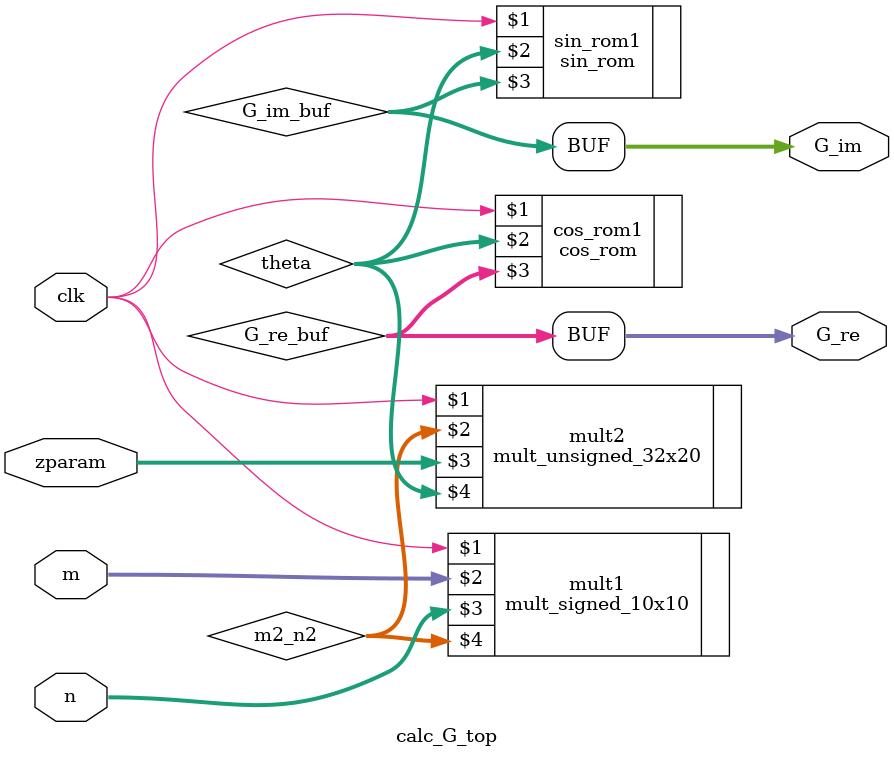
<source format=v>
`timescale 1ns / 1ps


module calc_G_top(clk,m,n,zparam,G_re,G_im);


input wire          clk;
input wire          signed [9:0] m,n;
input wire [31:0]   zparam;
output wire [15:0]  G_re,G_im;


wire [19:0]     m2_n2;
wire [11:0]     theta;
wire [15:0]     G_re_buf,G_im_buf;


assign G_re = G_re_buf;
assign G_im = G_im_buf;


mult_signed_10x10       mult1 (clk,m,n,m2_n2); // m*m + n*n => m2_n2
mult_unsigned_32x20     mult2 (clk,m2_n2,zparam,theta); // (m*m + n*n) * zparam => theta (kai 12bit)


cos_rom                 cos_rom1 (clk,theta,G_re_buf);
sin_rom                 sin_rom1 (clk,theta,G_im_buf);

endmodule

</source>
